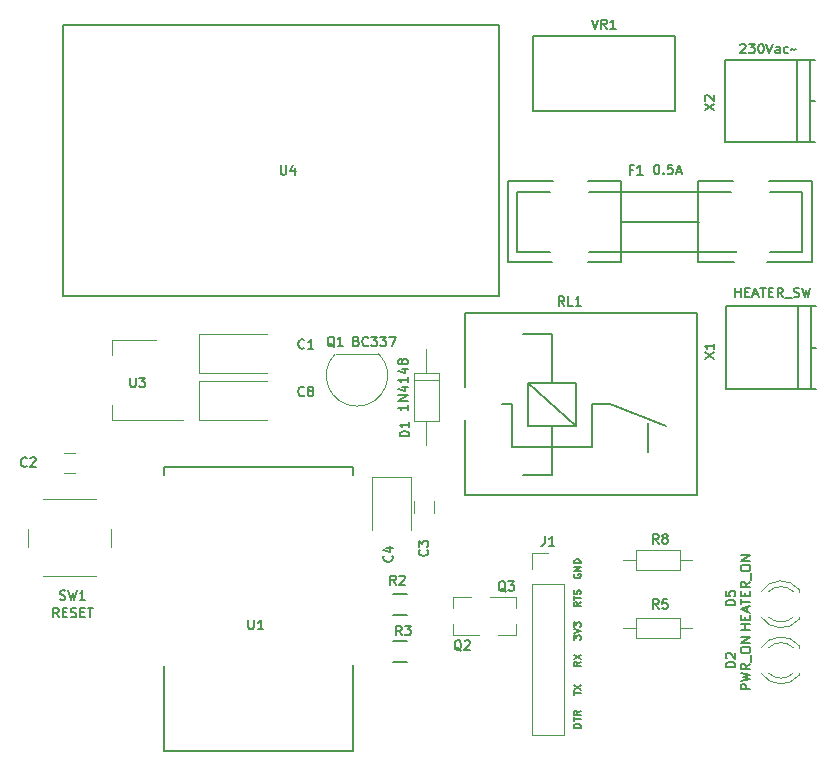
<source format=gto>
G04 #@! TF.GenerationSoftware,KiCad,Pcbnew,(2017-11-08 revision cd21218)-HEAD*
G04 #@! TF.CreationDate,2018-02-21T13:46:00+02:00*
G04 #@! TF.ProjectId,heater_actuator_node,6865617465725F6163747561746F725F,rev?*
G04 #@! TF.SameCoordinates,Original*
G04 #@! TF.FileFunction,Legend,Top*
G04 #@! TF.FilePolarity,Positive*
%FSLAX46Y46*%
G04 Gerber Fmt 4.6, Leading zero omitted, Abs format (unit mm)*
G04 Created by KiCad (PCBNEW (2017-11-08 revision cd21218)-HEAD) date Wed Feb 21 13:46:00 2018*
%MOMM*%
%LPD*%
G01*
G04 APERTURE LIST*
%ADD10C,0.150000*%
%ADD11C,0.120000*%
%ADD12C,0.152400*%
%ADD13C,2.200000*%
%ADD14C,1.400000*%
%ADD15O,1.400000X1.400000*%
%ADD16R,1.500000X1.250000*%
%ADD17R,1.250000X1.500000*%
%ADD18R,3.200000X2.500000*%
%ADD19O,1.600000X1.600000*%
%ADD20R,1.600000X1.600000*%
%ADD21C,1.800000*%
%ADD22R,1.800000X1.800000*%
%ADD23C,2.349500*%
%ADD24R,1.000000X1.000000*%
%ADD25C,1.000000*%
%ADD26R,1.500000X1.300000*%
%ADD27C,2.500000*%
%ADD28C,3.000000*%
%ADD29R,2.000000X1.500000*%
%ADD30R,2.000000X3.800000*%
%ADD31C,2.400000*%
%ADD32R,2.400000X2.400000*%
%ADD33R,2.500000X1.950000*%
%ADD34R,1.700000X1.700000*%
%ADD35O,1.700000X1.700000*%
%ADD36R,0.900000X0.800000*%
%ADD37C,2.000000*%
%ADD38O,2.400000X1.100000*%
%ADD39R,2.400000X1.100000*%
G04 APERTURE END LIST*
D10*
X164021428Y-120685714D02*
X163421428Y-120685714D01*
X163421428Y-120542857D01*
X163450000Y-120457142D01*
X163507142Y-120400000D01*
X163564285Y-120371428D01*
X163678571Y-120342857D01*
X163764285Y-120342857D01*
X163878571Y-120371428D01*
X163935714Y-120400000D01*
X163992857Y-120457142D01*
X164021428Y-120542857D01*
X164021428Y-120685714D01*
X163421428Y-120171428D02*
X163421428Y-119828571D01*
X164021428Y-120000000D02*
X163421428Y-120000000D01*
X164021428Y-119285714D02*
X163735714Y-119485714D01*
X164021428Y-119628571D02*
X163421428Y-119628571D01*
X163421428Y-119400000D01*
X163450000Y-119342857D01*
X163478571Y-119314285D01*
X163535714Y-119285714D01*
X163621428Y-119285714D01*
X163678571Y-119314285D01*
X163707142Y-119342857D01*
X163735714Y-119400000D01*
X163735714Y-119628571D01*
X163421428Y-117957142D02*
X163421428Y-117614285D01*
X164021428Y-117785714D02*
X163421428Y-117785714D01*
X163421428Y-117471428D02*
X164021428Y-117071428D01*
X163421428Y-117071428D02*
X164021428Y-117471428D01*
X164021428Y-115100000D02*
X163735714Y-115300000D01*
X164021428Y-115442857D02*
X163421428Y-115442857D01*
X163421428Y-115214285D01*
X163450000Y-115157142D01*
X163478571Y-115128571D01*
X163535714Y-115100000D01*
X163621428Y-115100000D01*
X163678571Y-115128571D01*
X163707142Y-115157142D01*
X163735714Y-115214285D01*
X163735714Y-115442857D01*
X163421428Y-114900000D02*
X164021428Y-114500000D01*
X163421428Y-114500000D02*
X164021428Y-114900000D01*
X163450000Y-107707142D02*
X163421428Y-107764285D01*
X163421428Y-107850000D01*
X163450000Y-107935714D01*
X163507142Y-107992857D01*
X163564285Y-108021428D01*
X163678571Y-108050000D01*
X163764285Y-108050000D01*
X163878571Y-108021428D01*
X163935714Y-107992857D01*
X163992857Y-107935714D01*
X164021428Y-107850000D01*
X164021428Y-107792857D01*
X163992857Y-107707142D01*
X163964285Y-107678571D01*
X163764285Y-107678571D01*
X163764285Y-107792857D01*
X164021428Y-107421428D02*
X163421428Y-107421428D01*
X164021428Y-107078571D01*
X163421428Y-107078571D01*
X164021428Y-106792857D02*
X163421428Y-106792857D01*
X163421428Y-106650000D01*
X163450000Y-106564285D01*
X163507142Y-106507142D01*
X163564285Y-106478571D01*
X163678571Y-106450000D01*
X163764285Y-106450000D01*
X163878571Y-106478571D01*
X163935714Y-106507142D01*
X163992857Y-106564285D01*
X164021428Y-106650000D01*
X164021428Y-106792857D01*
X163421428Y-113242857D02*
X163421428Y-112871428D01*
X163650000Y-113071428D01*
X163650000Y-112985714D01*
X163678571Y-112928571D01*
X163707142Y-112900000D01*
X163764285Y-112871428D01*
X163907142Y-112871428D01*
X163964285Y-112900000D01*
X163992857Y-112928571D01*
X164021428Y-112985714D01*
X164021428Y-113157142D01*
X163992857Y-113214285D01*
X163964285Y-113242857D01*
X163421428Y-112700000D02*
X164021428Y-112500000D01*
X163421428Y-112300000D01*
X163421428Y-112157142D02*
X163421428Y-111785714D01*
X163650000Y-111985714D01*
X163650000Y-111900000D01*
X163678571Y-111842857D01*
X163707142Y-111814285D01*
X163764285Y-111785714D01*
X163907142Y-111785714D01*
X163964285Y-111814285D01*
X163992857Y-111842857D01*
X164021428Y-111900000D01*
X164021428Y-112071428D01*
X163992857Y-112128571D01*
X163964285Y-112157142D01*
X164021428Y-110078571D02*
X163735714Y-110278571D01*
X164021428Y-110421428D02*
X163421428Y-110421428D01*
X163421428Y-110192857D01*
X163450000Y-110135714D01*
X163478571Y-110107142D01*
X163535714Y-110078571D01*
X163621428Y-110078571D01*
X163678571Y-110107142D01*
X163707142Y-110135714D01*
X163735714Y-110192857D01*
X163735714Y-110421428D01*
X163421428Y-109907142D02*
X163421428Y-109564285D01*
X164021428Y-109735714D02*
X163421428Y-109735714D01*
X163992857Y-109392857D02*
X164021428Y-109307142D01*
X164021428Y-109164285D01*
X163992857Y-109107142D01*
X163964285Y-109078571D01*
X163907142Y-109050000D01*
X163850000Y-109050000D01*
X163792857Y-109078571D01*
X163764285Y-109107142D01*
X163735714Y-109164285D01*
X163707142Y-109278571D01*
X163678571Y-109335714D01*
X163650000Y-109364285D01*
X163592857Y-109392857D01*
X163535714Y-109392857D01*
X163478571Y-109364285D01*
X163450000Y-109335714D01*
X163421428Y-109278571D01*
X163421428Y-109135714D01*
X163450000Y-109050000D01*
D11*
X168700000Y-105640000D02*
X168700000Y-107360000D01*
X168700000Y-107360000D02*
X172420000Y-107360000D01*
X172420000Y-107360000D02*
X172420000Y-105640000D01*
X172420000Y-105640000D02*
X168700000Y-105640000D01*
X167630000Y-106500000D02*
X168700000Y-106500000D01*
X173490000Y-106500000D02*
X172420000Y-106500000D01*
X168700000Y-111390000D02*
X168700000Y-113110000D01*
X168700000Y-113110000D02*
X172420000Y-113110000D01*
X172420000Y-113110000D02*
X172420000Y-111390000D01*
X172420000Y-111390000D02*
X168700000Y-111390000D01*
X167630000Y-112250000D02*
X168700000Y-112250000D01*
X173490000Y-112250000D02*
X172420000Y-112250000D01*
X120250000Y-99100000D02*
X121250000Y-99100000D01*
X121250000Y-97400000D02*
X120250000Y-97400000D01*
X151600000Y-102500000D02*
X151600000Y-101500000D01*
X149900000Y-101500000D02*
X149900000Y-102500000D01*
X131700000Y-91350000D02*
X137500000Y-91350000D01*
X131700000Y-94650000D02*
X137500000Y-94650000D01*
X131700000Y-91350000D02*
X131700000Y-94650000D01*
X152010000Y-91295000D02*
X149890000Y-91295000D01*
X150950000Y-96795000D02*
X150950000Y-94755000D01*
X150950000Y-88595000D02*
X150950000Y-90635000D01*
X152010000Y-94755000D02*
X152010000Y-90635000D01*
X149890000Y-94755000D02*
X152010000Y-94755000D01*
X149890000Y-90635000D02*
X149890000Y-94755000D01*
X152010000Y-90635000D02*
X149890000Y-90635000D01*
X182540000Y-113920000D02*
X182540000Y-113764000D01*
X182540000Y-116236000D02*
X182540000Y-116080000D01*
X179938870Y-113920163D02*
G75*
G02X182020961Y-113920000I1041130J-1079837D01*
G01*
X179938870Y-116079837D02*
G75*
G03X182020961Y-116080000I1041130J1079837D01*
G01*
X179307665Y-113921392D02*
G75*
G02X182540000Y-113764484I1672335J-1078608D01*
G01*
X179307665Y-116078608D02*
G75*
G03X182540000Y-116235516I1672335J1078608D01*
G01*
X179307665Y-111328608D02*
G75*
G03X182540000Y-111485516I1672335J1078608D01*
G01*
X179307665Y-109171392D02*
G75*
G02X182540000Y-109014484I1672335J-1078608D01*
G01*
X179938870Y-111329837D02*
G75*
G03X182020961Y-111330000I1041130J1079837D01*
G01*
X179938870Y-109170163D02*
G75*
G02X182020961Y-109170000I1041130J-1079837D01*
G01*
X182540000Y-111486000D02*
X182540000Y-111330000D01*
X182540000Y-109170000D02*
X182540000Y-109014000D01*
D10*
X173965640Y-80415000D02*
X173965640Y-77875000D01*
X182726100Y-75335000D02*
X182726100Y-80415000D01*
X173965640Y-77875000D02*
X173965640Y-75335000D01*
X167407360Y-80415000D02*
X167407360Y-77875000D01*
X158646900Y-75335000D02*
X158646900Y-80415000D01*
X167407360Y-77875000D02*
X167407360Y-75335000D01*
X164908000Y-75335000D02*
X176465000Y-75335000D01*
X176465000Y-80415000D02*
X164781000Y-80415000D01*
X167407360Y-74446000D02*
X167407360Y-75462000D01*
X167407360Y-81304000D02*
X167407360Y-80415000D01*
X157882360Y-74446000D02*
X157882360Y-81304000D01*
X173965640Y-74446000D02*
X173965640Y-75335000D01*
X173965640Y-81304000D02*
X173965640Y-80415000D01*
X183617640Y-74446000D02*
X183617640Y-81304000D01*
X158644360Y-75335000D02*
X161438360Y-75335000D01*
X167407360Y-75335000D02*
X164740360Y-75335000D01*
X167407360Y-74446000D02*
X164613360Y-74446000D01*
X157882360Y-74446000D02*
X161692360Y-74446000D01*
X158644360Y-80415000D02*
X161438360Y-80415000D01*
X164867360Y-80415000D02*
X167407360Y-80415000D01*
X164867360Y-80415000D02*
X164740360Y-80415000D01*
X167407360Y-81304000D02*
X164613360Y-81304000D01*
X157882360Y-81304000D02*
X161565360Y-81304000D01*
X173965640Y-74446000D02*
X176886640Y-74446000D01*
X183617640Y-74446000D02*
X179934640Y-74446000D01*
X182726100Y-75335000D02*
X180059100Y-75335000D01*
X173965640Y-75335000D02*
X176759640Y-75335000D01*
X182728640Y-80415000D02*
X180061640Y-80415000D01*
X176465000Y-80415000D02*
X179132000Y-80415000D01*
X173965640Y-81304000D02*
X177013640Y-81304000D01*
X183617640Y-81304000D02*
X179807640Y-81304000D01*
X174001200Y-77875000D02*
X167498800Y-77875000D01*
D11*
X143241522Y-89036522D02*
G75*
G03X145080000Y-93475000I1838478J-1838478D01*
G01*
X146918478Y-89036522D02*
G75*
G02X145080000Y-93475000I-1838478J-1838478D01*
G01*
X146880000Y-89025000D02*
X143280000Y-89025000D01*
D10*
X148150000Y-109375000D02*
X149350000Y-109375000D01*
X149350000Y-111125000D02*
X148150000Y-111125000D01*
X148150000Y-113375000D02*
X149350000Y-113375000D01*
X149350000Y-115125000D02*
X148150000Y-115125000D01*
X168750000Y-100975000D02*
X170550000Y-100975000D01*
X170550000Y-100975000D02*
X173850000Y-100975000D01*
X173850000Y-100975000D02*
X173850000Y-85575000D01*
X154250000Y-94625000D02*
X154250000Y-100975000D01*
X154250000Y-100975000D02*
X168800000Y-100975000D01*
X154250000Y-91875000D02*
X154250000Y-85575000D01*
X154250000Y-85575000D02*
X173850000Y-85575000D01*
X154250000Y-85625000D02*
X154250000Y-91875000D01*
X169750000Y-94875000D02*
X169750000Y-97375000D01*
X159100000Y-99325000D02*
X161600000Y-99325000D01*
X158200000Y-93325000D02*
X157400000Y-93325000D01*
X161600000Y-87325000D02*
X159100000Y-87325000D01*
X165000000Y-93325000D02*
X166500000Y-93325000D01*
X166500000Y-93325000D02*
X171250000Y-95175000D01*
X165000000Y-96925000D02*
X158200000Y-96925000D01*
X165000000Y-93325000D02*
X165000000Y-96925000D01*
X158200000Y-93325000D02*
X158200000Y-96925000D01*
X161600000Y-87325000D02*
X161600000Y-91525000D01*
X161600000Y-95125000D02*
X161600000Y-99325000D01*
X163600000Y-95125000D02*
X159600000Y-91525000D01*
X159600000Y-95125000D02*
X159600000Y-91525000D01*
X159600000Y-91525000D02*
X163600000Y-91525000D01*
X163600000Y-91525000D02*
X163600000Y-95125000D01*
X163600000Y-95125000D02*
X159600000Y-95125000D01*
D11*
X130350000Y-94660000D02*
X124340000Y-94660000D01*
X128100000Y-87840000D02*
X124340000Y-87840000D01*
X124340000Y-94660000D02*
X124340000Y-93400000D01*
X124340000Y-87840000D02*
X124340000Y-89100000D01*
D10*
X157100000Y-61225001D02*
X120200000Y-61225000D01*
X120200000Y-61225000D02*
X120200000Y-84124999D01*
X120200000Y-84124999D02*
X157100000Y-84125000D01*
X157100000Y-84125000D02*
X157100000Y-76491666D01*
X157100560Y-76538340D02*
X157100560Y-68905008D01*
X157100000Y-68858334D02*
X157100000Y-61225001D01*
X172000000Y-68475000D02*
X172000000Y-62175000D01*
X160000000Y-68475000D02*
X160000000Y-62175000D01*
X172000000Y-68475000D02*
X160000000Y-68475000D01*
X172000000Y-62175000D02*
X160000000Y-62175000D01*
X183550000Y-88525000D02*
X183950000Y-88525000D01*
X182450000Y-92025000D02*
X182450000Y-85025000D01*
X183550000Y-92025000D02*
X183550000Y-85025000D01*
X176350000Y-92025000D02*
X183950000Y-92025000D01*
X183950000Y-85025000D02*
X176350000Y-85025000D01*
X176350000Y-85025000D02*
X176350000Y-92025000D01*
X176250000Y-64125000D02*
X176250000Y-71125000D01*
X183850000Y-64125000D02*
X176250000Y-64125000D01*
X176250000Y-71125000D02*
X183850000Y-71125000D01*
X183450000Y-71125000D02*
X183450000Y-64125000D01*
X182350000Y-71125000D02*
X182350000Y-64125000D01*
X183450000Y-67625000D02*
X183850000Y-67625000D01*
D11*
X131700000Y-87350000D02*
X137500000Y-87350000D01*
X131700000Y-90650000D02*
X137500000Y-90650000D01*
X131700000Y-87350000D02*
X131700000Y-90650000D01*
X149650000Y-99450000D02*
X149650000Y-104000000D01*
X146350000Y-99450000D02*
X146350000Y-104000000D01*
X149650000Y-99450000D02*
X146350000Y-99450000D01*
X159920000Y-121280000D02*
X162580000Y-121280000D01*
X159920000Y-108520000D02*
X159920000Y-121280000D01*
X162580000Y-108520000D02*
X162580000Y-121280000D01*
X159920000Y-108520000D02*
X162580000Y-108520000D01*
X159920000Y-107250000D02*
X159920000Y-105920000D01*
X159920000Y-105920000D02*
X161250000Y-105920000D01*
X153240000Y-109670000D02*
X153240000Y-110600000D01*
X153240000Y-112830000D02*
X153240000Y-111900000D01*
X153240000Y-112830000D02*
X155400000Y-112830000D01*
X153240000Y-109670000D02*
X154700000Y-109670000D01*
X158510000Y-112830000D02*
X158510000Y-111900000D01*
X158510000Y-109670000D02*
X158510000Y-110600000D01*
X158510000Y-109670000D02*
X156350000Y-109670000D01*
X158510000Y-112830000D02*
X157050000Y-112830000D01*
X118500000Y-107875000D02*
X123000000Y-107875000D01*
X117250000Y-103875000D02*
X117250000Y-105375000D01*
X123000000Y-101375000D02*
X118500000Y-101375000D01*
X124250000Y-105375000D02*
X124250000Y-103875000D01*
D12*
X144750000Y-115407777D02*
X144750000Y-122650000D01*
X128750000Y-98650000D02*
X144750000Y-98650000D01*
X128750000Y-122650000D02*
X128750000Y-115501784D01*
X128750000Y-122650000D02*
X144750000Y-122650000D01*
X128750000Y-99264001D02*
X128750000Y-98628997D01*
X144750000Y-99264000D02*
X144750000Y-98628996D01*
D10*
X170616666Y-105111904D02*
X170350000Y-104730952D01*
X170159523Y-105111904D02*
X170159523Y-104311904D01*
X170464285Y-104311904D01*
X170540476Y-104350000D01*
X170578571Y-104388095D01*
X170616666Y-104464285D01*
X170616666Y-104578571D01*
X170578571Y-104654761D01*
X170540476Y-104692857D01*
X170464285Y-104730952D01*
X170159523Y-104730952D01*
X171073809Y-104654761D02*
X170997619Y-104616666D01*
X170959523Y-104578571D01*
X170921428Y-104502380D01*
X170921428Y-104464285D01*
X170959523Y-104388095D01*
X170997619Y-104350000D01*
X171073809Y-104311904D01*
X171226190Y-104311904D01*
X171302380Y-104350000D01*
X171340476Y-104388095D01*
X171378571Y-104464285D01*
X171378571Y-104502380D01*
X171340476Y-104578571D01*
X171302380Y-104616666D01*
X171226190Y-104654761D01*
X171073809Y-104654761D01*
X170997619Y-104692857D01*
X170959523Y-104730952D01*
X170921428Y-104807142D01*
X170921428Y-104959523D01*
X170959523Y-105035714D01*
X170997619Y-105073809D01*
X171073809Y-105111904D01*
X171226190Y-105111904D01*
X171302380Y-105073809D01*
X171340476Y-105035714D01*
X171378571Y-104959523D01*
X171378571Y-104807142D01*
X171340476Y-104730952D01*
X171302380Y-104692857D01*
X171226190Y-104654761D01*
X170616666Y-110611904D02*
X170350000Y-110230952D01*
X170159523Y-110611904D02*
X170159523Y-109811904D01*
X170464285Y-109811904D01*
X170540476Y-109850000D01*
X170578571Y-109888095D01*
X170616666Y-109964285D01*
X170616666Y-110078571D01*
X170578571Y-110154761D01*
X170540476Y-110192857D01*
X170464285Y-110230952D01*
X170159523Y-110230952D01*
X171340476Y-109811904D02*
X170959523Y-109811904D01*
X170921428Y-110192857D01*
X170959523Y-110154761D01*
X171035714Y-110116666D01*
X171226190Y-110116666D01*
X171302380Y-110154761D01*
X171340476Y-110192857D01*
X171378571Y-110269047D01*
X171378571Y-110459523D01*
X171340476Y-110535714D01*
X171302380Y-110573809D01*
X171226190Y-110611904D01*
X171035714Y-110611904D01*
X170959523Y-110573809D01*
X170921428Y-110535714D01*
X117116666Y-98535714D02*
X117078571Y-98573809D01*
X116964285Y-98611904D01*
X116888095Y-98611904D01*
X116773809Y-98573809D01*
X116697619Y-98497619D01*
X116659523Y-98421428D01*
X116621428Y-98269047D01*
X116621428Y-98154761D01*
X116659523Y-98002380D01*
X116697619Y-97926190D01*
X116773809Y-97850000D01*
X116888095Y-97811904D01*
X116964285Y-97811904D01*
X117078571Y-97850000D01*
X117116666Y-97888095D01*
X117421428Y-97888095D02*
X117459523Y-97850000D01*
X117535714Y-97811904D01*
X117726190Y-97811904D01*
X117802380Y-97850000D01*
X117840476Y-97888095D01*
X117878571Y-97964285D01*
X117878571Y-98040476D01*
X117840476Y-98154761D01*
X117383333Y-98611904D01*
X117878571Y-98611904D01*
X151035714Y-105633333D02*
X151073809Y-105671428D01*
X151111904Y-105785714D01*
X151111904Y-105861904D01*
X151073809Y-105976190D01*
X150997619Y-106052380D01*
X150921428Y-106090476D01*
X150769047Y-106128571D01*
X150654761Y-106128571D01*
X150502380Y-106090476D01*
X150426190Y-106052380D01*
X150350000Y-105976190D01*
X150311904Y-105861904D01*
X150311904Y-105785714D01*
X150350000Y-105671428D01*
X150388095Y-105633333D01*
X150311904Y-105366666D02*
X150311904Y-104871428D01*
X150616666Y-105138095D01*
X150616666Y-105023809D01*
X150654761Y-104947619D01*
X150692857Y-104909523D01*
X150769047Y-104871428D01*
X150959523Y-104871428D01*
X151035714Y-104909523D01*
X151073809Y-104947619D01*
X151111904Y-105023809D01*
X151111904Y-105252380D01*
X151073809Y-105328571D01*
X151035714Y-105366666D01*
X140616666Y-92535714D02*
X140578571Y-92573809D01*
X140464285Y-92611904D01*
X140388095Y-92611904D01*
X140273809Y-92573809D01*
X140197619Y-92497619D01*
X140159523Y-92421428D01*
X140121428Y-92269047D01*
X140121428Y-92154761D01*
X140159523Y-92002380D01*
X140197619Y-91926190D01*
X140273809Y-91850000D01*
X140388095Y-91811904D01*
X140464285Y-91811904D01*
X140578571Y-91850000D01*
X140616666Y-91888095D01*
X141073809Y-92154761D02*
X140997619Y-92116666D01*
X140959523Y-92078571D01*
X140921428Y-92002380D01*
X140921428Y-91964285D01*
X140959523Y-91888095D01*
X140997619Y-91850000D01*
X141073809Y-91811904D01*
X141226190Y-91811904D01*
X141302380Y-91850000D01*
X141340476Y-91888095D01*
X141378571Y-91964285D01*
X141378571Y-92002380D01*
X141340476Y-92078571D01*
X141302380Y-92116666D01*
X141226190Y-92154761D01*
X141073809Y-92154761D01*
X140997619Y-92192857D01*
X140959523Y-92230952D01*
X140921428Y-92307142D01*
X140921428Y-92459523D01*
X140959523Y-92535714D01*
X140997619Y-92573809D01*
X141073809Y-92611904D01*
X141226190Y-92611904D01*
X141302380Y-92573809D01*
X141340476Y-92535714D01*
X141378571Y-92459523D01*
X141378571Y-92307142D01*
X141340476Y-92230952D01*
X141302380Y-92192857D01*
X141226190Y-92154761D01*
X149486904Y-96040476D02*
X148686904Y-96040476D01*
X148686904Y-95850000D01*
X148725000Y-95735714D01*
X148801190Y-95659523D01*
X148877380Y-95621428D01*
X149029761Y-95583333D01*
X149144047Y-95583333D01*
X149296428Y-95621428D01*
X149372619Y-95659523D01*
X149448809Y-95735714D01*
X149486904Y-95850000D01*
X149486904Y-96040476D01*
X149486904Y-94821428D02*
X149486904Y-95278571D01*
X149486904Y-95050000D02*
X148686904Y-95050000D01*
X148801190Y-95126190D01*
X148877380Y-95202380D01*
X148915476Y-95278571D01*
X149386904Y-93364285D02*
X149386904Y-93821428D01*
X149386904Y-93592857D02*
X148586904Y-93592857D01*
X148701190Y-93669047D01*
X148777380Y-93745238D01*
X148815476Y-93821428D01*
X149386904Y-93021428D02*
X148586904Y-93021428D01*
X149386904Y-92564285D01*
X148586904Y-92564285D01*
X148853571Y-91840476D02*
X149386904Y-91840476D01*
X148548809Y-92030952D02*
X149120238Y-92221428D01*
X149120238Y-91726190D01*
X149386904Y-91002380D02*
X149386904Y-91459523D01*
X149386904Y-91230952D02*
X148586904Y-91230952D01*
X148701190Y-91307142D01*
X148777380Y-91383333D01*
X148815476Y-91459523D01*
X148853571Y-90316666D02*
X149386904Y-90316666D01*
X148548809Y-90507142D02*
X149120238Y-90697619D01*
X149120238Y-90202380D01*
X148929761Y-89783333D02*
X148891666Y-89859523D01*
X148853571Y-89897619D01*
X148777380Y-89935714D01*
X148739285Y-89935714D01*
X148663095Y-89897619D01*
X148625000Y-89859523D01*
X148586904Y-89783333D01*
X148586904Y-89630952D01*
X148625000Y-89554761D01*
X148663095Y-89516666D01*
X148739285Y-89478571D01*
X148777380Y-89478571D01*
X148853571Y-89516666D01*
X148891666Y-89554761D01*
X148929761Y-89630952D01*
X148929761Y-89783333D01*
X148967857Y-89859523D01*
X149005952Y-89897619D01*
X149082142Y-89935714D01*
X149234523Y-89935714D01*
X149310714Y-89897619D01*
X149348809Y-89859523D01*
X149386904Y-89783333D01*
X149386904Y-89630952D01*
X149348809Y-89554761D01*
X149310714Y-89516666D01*
X149234523Y-89478571D01*
X149082142Y-89478571D01*
X149005952Y-89516666D01*
X148967857Y-89554761D01*
X148929761Y-89630952D01*
X177111904Y-115590476D02*
X176311904Y-115590476D01*
X176311904Y-115400000D01*
X176350000Y-115285714D01*
X176426190Y-115209523D01*
X176502380Y-115171428D01*
X176654761Y-115133333D01*
X176769047Y-115133333D01*
X176921428Y-115171428D01*
X176997619Y-115209523D01*
X177073809Y-115285714D01*
X177111904Y-115400000D01*
X177111904Y-115590476D01*
X176388095Y-114828571D02*
X176350000Y-114790476D01*
X176311904Y-114714285D01*
X176311904Y-114523809D01*
X176350000Y-114447619D01*
X176388095Y-114409523D01*
X176464285Y-114371428D01*
X176540476Y-114371428D01*
X176654761Y-114409523D01*
X177111904Y-114866666D01*
X177111904Y-114371428D01*
X178361904Y-117459523D02*
X177561904Y-117459523D01*
X177561904Y-117154761D01*
X177600000Y-117078571D01*
X177638095Y-117040476D01*
X177714285Y-117002380D01*
X177828571Y-117002380D01*
X177904761Y-117040476D01*
X177942857Y-117078571D01*
X177980952Y-117154761D01*
X177980952Y-117459523D01*
X177561904Y-116735714D02*
X178361904Y-116545238D01*
X177790476Y-116392857D01*
X178361904Y-116240476D01*
X177561904Y-116050000D01*
X178361904Y-115288095D02*
X177980952Y-115554761D01*
X178361904Y-115745238D02*
X177561904Y-115745238D01*
X177561904Y-115440476D01*
X177600000Y-115364285D01*
X177638095Y-115326190D01*
X177714285Y-115288095D01*
X177828571Y-115288095D01*
X177904761Y-115326190D01*
X177942857Y-115364285D01*
X177980952Y-115440476D01*
X177980952Y-115745238D01*
X178438095Y-115135714D02*
X178438095Y-114526190D01*
X177561904Y-114183333D02*
X177561904Y-114030952D01*
X177600000Y-113954761D01*
X177676190Y-113878571D01*
X177828571Y-113840476D01*
X178095238Y-113840476D01*
X178247619Y-113878571D01*
X178323809Y-113954761D01*
X178361904Y-114030952D01*
X178361904Y-114183333D01*
X178323809Y-114259523D01*
X178247619Y-114335714D01*
X178095238Y-114373809D01*
X177828571Y-114373809D01*
X177676190Y-114335714D01*
X177600000Y-114259523D01*
X177561904Y-114183333D01*
X178361904Y-113497619D02*
X177561904Y-113497619D01*
X178361904Y-113040476D01*
X177561904Y-113040476D01*
X177111904Y-110340476D02*
X176311904Y-110340476D01*
X176311904Y-110150000D01*
X176350000Y-110035714D01*
X176426190Y-109959523D01*
X176502380Y-109921428D01*
X176654761Y-109883333D01*
X176769047Y-109883333D01*
X176921428Y-109921428D01*
X176997619Y-109959523D01*
X177073809Y-110035714D01*
X177111904Y-110150000D01*
X177111904Y-110340476D01*
X176311904Y-109159523D02*
X176311904Y-109540476D01*
X176692857Y-109578571D01*
X176654761Y-109540476D01*
X176616666Y-109464285D01*
X176616666Y-109273809D01*
X176654761Y-109197619D01*
X176692857Y-109159523D01*
X176769047Y-109121428D01*
X176959523Y-109121428D01*
X177035714Y-109159523D01*
X177073809Y-109197619D01*
X177111904Y-109273809D01*
X177111904Y-109464285D01*
X177073809Y-109540476D01*
X177035714Y-109578571D01*
X178361904Y-112392857D02*
X177561904Y-112392857D01*
X177942857Y-112392857D02*
X177942857Y-111935714D01*
X178361904Y-111935714D02*
X177561904Y-111935714D01*
X177942857Y-111554761D02*
X177942857Y-111288095D01*
X178361904Y-111173809D02*
X178361904Y-111554761D01*
X177561904Y-111554761D01*
X177561904Y-111173809D01*
X178133333Y-110869047D02*
X178133333Y-110488095D01*
X178361904Y-110945238D02*
X177561904Y-110678571D01*
X178361904Y-110411904D01*
X177561904Y-110259523D02*
X177561904Y-109802380D01*
X178361904Y-110030952D02*
X177561904Y-110030952D01*
X177942857Y-109535714D02*
X177942857Y-109269047D01*
X178361904Y-109154761D02*
X178361904Y-109535714D01*
X177561904Y-109535714D01*
X177561904Y-109154761D01*
X178361904Y-108354761D02*
X177980952Y-108621428D01*
X178361904Y-108811904D02*
X177561904Y-108811904D01*
X177561904Y-108507142D01*
X177600000Y-108430952D01*
X177638095Y-108392857D01*
X177714285Y-108354761D01*
X177828571Y-108354761D01*
X177904761Y-108392857D01*
X177942857Y-108430952D01*
X177980952Y-108507142D01*
X177980952Y-108811904D01*
X178438095Y-108202380D02*
X178438095Y-107592857D01*
X177561904Y-107250000D02*
X177561904Y-107097619D01*
X177600000Y-107021428D01*
X177676190Y-106945238D01*
X177828571Y-106907142D01*
X178095238Y-106907142D01*
X178247619Y-106945238D01*
X178323809Y-107021428D01*
X178361904Y-107097619D01*
X178361904Y-107250000D01*
X178323809Y-107326190D01*
X178247619Y-107402380D01*
X178095238Y-107440476D01*
X177828571Y-107440476D01*
X177676190Y-107402380D01*
X177600000Y-107326190D01*
X177561904Y-107250000D01*
X178361904Y-106564285D02*
X177561904Y-106564285D01*
X178361904Y-106107142D01*
X177561904Y-106107142D01*
X168433333Y-73442857D02*
X168166666Y-73442857D01*
X168166666Y-73861904D02*
X168166666Y-73061904D01*
X168547619Y-73061904D01*
X169271428Y-73861904D02*
X168814285Y-73861904D01*
X169042857Y-73861904D02*
X169042857Y-73061904D01*
X168966666Y-73176190D01*
X168890476Y-73252380D01*
X168814285Y-73290476D01*
X170422619Y-73036904D02*
X170498809Y-73036904D01*
X170575000Y-73075000D01*
X170613095Y-73113095D01*
X170651190Y-73189285D01*
X170689285Y-73341666D01*
X170689285Y-73532142D01*
X170651190Y-73684523D01*
X170613095Y-73760714D01*
X170575000Y-73798809D01*
X170498809Y-73836904D01*
X170422619Y-73836904D01*
X170346428Y-73798809D01*
X170308333Y-73760714D01*
X170270238Y-73684523D01*
X170232142Y-73532142D01*
X170232142Y-73341666D01*
X170270238Y-73189285D01*
X170308333Y-73113095D01*
X170346428Y-73075000D01*
X170422619Y-73036904D01*
X171032142Y-73760714D02*
X171070238Y-73798809D01*
X171032142Y-73836904D01*
X170994047Y-73798809D01*
X171032142Y-73760714D01*
X171032142Y-73836904D01*
X171794047Y-73036904D02*
X171413095Y-73036904D01*
X171375000Y-73417857D01*
X171413095Y-73379761D01*
X171489285Y-73341666D01*
X171679761Y-73341666D01*
X171755952Y-73379761D01*
X171794047Y-73417857D01*
X171832142Y-73494047D01*
X171832142Y-73684523D01*
X171794047Y-73760714D01*
X171755952Y-73798809D01*
X171679761Y-73836904D01*
X171489285Y-73836904D01*
X171413095Y-73798809D01*
X171375000Y-73760714D01*
X172136904Y-73608333D02*
X172517857Y-73608333D01*
X172060714Y-73836904D02*
X172327380Y-73036904D01*
X172594047Y-73836904D01*
X143173809Y-88463095D02*
X143097619Y-88425000D01*
X143021428Y-88348809D01*
X142907142Y-88234523D01*
X142830952Y-88196428D01*
X142754761Y-88196428D01*
X142792857Y-88386904D02*
X142716666Y-88348809D01*
X142640476Y-88272619D01*
X142602380Y-88120238D01*
X142602380Y-87853571D01*
X142640476Y-87701190D01*
X142716666Y-87625000D01*
X142792857Y-87586904D01*
X142945238Y-87586904D01*
X143021428Y-87625000D01*
X143097619Y-87701190D01*
X143135714Y-87853571D01*
X143135714Y-88120238D01*
X143097619Y-88272619D01*
X143021428Y-88348809D01*
X142945238Y-88386904D01*
X142792857Y-88386904D01*
X143897619Y-88386904D02*
X143440476Y-88386904D01*
X143669047Y-88386904D02*
X143669047Y-87586904D01*
X143592857Y-87701190D01*
X143516666Y-87777380D01*
X143440476Y-87815476D01*
X145039285Y-87967857D02*
X145153571Y-88005952D01*
X145191666Y-88044047D01*
X145229761Y-88120238D01*
X145229761Y-88234523D01*
X145191666Y-88310714D01*
X145153571Y-88348809D01*
X145077380Y-88386904D01*
X144772619Y-88386904D01*
X144772619Y-87586904D01*
X145039285Y-87586904D01*
X145115476Y-87625000D01*
X145153571Y-87663095D01*
X145191666Y-87739285D01*
X145191666Y-87815476D01*
X145153571Y-87891666D01*
X145115476Y-87929761D01*
X145039285Y-87967857D01*
X144772619Y-87967857D01*
X146029761Y-88310714D02*
X145991666Y-88348809D01*
X145877380Y-88386904D01*
X145801190Y-88386904D01*
X145686904Y-88348809D01*
X145610714Y-88272619D01*
X145572619Y-88196428D01*
X145534523Y-88044047D01*
X145534523Y-87929761D01*
X145572619Y-87777380D01*
X145610714Y-87701190D01*
X145686904Y-87625000D01*
X145801190Y-87586904D01*
X145877380Y-87586904D01*
X145991666Y-87625000D01*
X146029761Y-87663095D01*
X146296428Y-87586904D02*
X146791666Y-87586904D01*
X146525000Y-87891666D01*
X146639285Y-87891666D01*
X146715476Y-87929761D01*
X146753571Y-87967857D01*
X146791666Y-88044047D01*
X146791666Y-88234523D01*
X146753571Y-88310714D01*
X146715476Y-88348809D01*
X146639285Y-88386904D01*
X146410714Y-88386904D01*
X146334523Y-88348809D01*
X146296428Y-88310714D01*
X147058333Y-87586904D02*
X147553571Y-87586904D01*
X147286904Y-87891666D01*
X147401190Y-87891666D01*
X147477380Y-87929761D01*
X147515476Y-87967857D01*
X147553571Y-88044047D01*
X147553571Y-88234523D01*
X147515476Y-88310714D01*
X147477380Y-88348809D01*
X147401190Y-88386904D01*
X147172619Y-88386904D01*
X147096428Y-88348809D01*
X147058333Y-88310714D01*
X147820238Y-87586904D02*
X148353571Y-87586904D01*
X148010714Y-88386904D01*
X148366666Y-108611904D02*
X148100000Y-108230952D01*
X147909523Y-108611904D02*
X147909523Y-107811904D01*
X148214285Y-107811904D01*
X148290476Y-107850000D01*
X148328571Y-107888095D01*
X148366666Y-107964285D01*
X148366666Y-108078571D01*
X148328571Y-108154761D01*
X148290476Y-108192857D01*
X148214285Y-108230952D01*
X147909523Y-108230952D01*
X148671428Y-107888095D02*
X148709523Y-107850000D01*
X148785714Y-107811904D01*
X148976190Y-107811904D01*
X149052380Y-107850000D01*
X149090476Y-107888095D01*
X149128571Y-107964285D01*
X149128571Y-108040476D01*
X149090476Y-108154761D01*
X148633333Y-108611904D01*
X149128571Y-108611904D01*
X148866666Y-112861904D02*
X148600000Y-112480952D01*
X148409523Y-112861904D02*
X148409523Y-112061904D01*
X148714285Y-112061904D01*
X148790476Y-112100000D01*
X148828571Y-112138095D01*
X148866666Y-112214285D01*
X148866666Y-112328571D01*
X148828571Y-112404761D01*
X148790476Y-112442857D01*
X148714285Y-112480952D01*
X148409523Y-112480952D01*
X149133333Y-112061904D02*
X149628571Y-112061904D01*
X149361904Y-112366666D01*
X149476190Y-112366666D01*
X149552380Y-112404761D01*
X149590476Y-112442857D01*
X149628571Y-112519047D01*
X149628571Y-112709523D01*
X149590476Y-112785714D01*
X149552380Y-112823809D01*
X149476190Y-112861904D01*
X149247619Y-112861904D01*
X149171428Y-112823809D01*
X149133333Y-112785714D01*
X162642857Y-84986904D02*
X162376190Y-84605952D01*
X162185714Y-84986904D02*
X162185714Y-84186904D01*
X162490476Y-84186904D01*
X162566666Y-84225000D01*
X162604761Y-84263095D01*
X162642857Y-84339285D01*
X162642857Y-84453571D01*
X162604761Y-84529761D01*
X162566666Y-84567857D01*
X162490476Y-84605952D01*
X162185714Y-84605952D01*
X163366666Y-84986904D02*
X162985714Y-84986904D01*
X162985714Y-84186904D01*
X164052380Y-84986904D02*
X163595238Y-84986904D01*
X163823809Y-84986904D02*
X163823809Y-84186904D01*
X163747619Y-84301190D01*
X163671428Y-84377380D01*
X163595238Y-84415476D01*
X125890476Y-91061904D02*
X125890476Y-91709523D01*
X125928571Y-91785714D01*
X125966666Y-91823809D01*
X126042857Y-91861904D01*
X126195238Y-91861904D01*
X126271428Y-91823809D01*
X126309523Y-91785714D01*
X126347619Y-91709523D01*
X126347619Y-91061904D01*
X126652380Y-91061904D02*
X127147619Y-91061904D01*
X126880952Y-91366666D01*
X126995238Y-91366666D01*
X127071428Y-91404761D01*
X127109523Y-91442857D01*
X127147619Y-91519047D01*
X127147619Y-91709523D01*
X127109523Y-91785714D01*
X127071428Y-91823809D01*
X126995238Y-91861904D01*
X126766666Y-91861904D01*
X126690476Y-91823809D01*
X126652380Y-91785714D01*
X138640476Y-73061904D02*
X138640476Y-73709523D01*
X138678571Y-73785714D01*
X138716666Y-73823809D01*
X138792857Y-73861904D01*
X138945238Y-73861904D01*
X139021428Y-73823809D01*
X139059523Y-73785714D01*
X139097619Y-73709523D01*
X139097619Y-73061904D01*
X139821428Y-73328571D02*
X139821428Y-73861904D01*
X139630952Y-73023809D02*
X139440476Y-73595238D01*
X139935714Y-73595238D01*
X164952380Y-60736904D02*
X165219047Y-61536904D01*
X165485714Y-60736904D01*
X166209523Y-61536904D02*
X165942857Y-61155952D01*
X165752380Y-61536904D02*
X165752380Y-60736904D01*
X166057142Y-60736904D01*
X166133333Y-60775000D01*
X166171428Y-60813095D01*
X166209523Y-60889285D01*
X166209523Y-61003571D01*
X166171428Y-61079761D01*
X166133333Y-61117857D01*
X166057142Y-61155952D01*
X165752380Y-61155952D01*
X166971428Y-61536904D02*
X166514285Y-61536904D01*
X166742857Y-61536904D02*
X166742857Y-60736904D01*
X166666666Y-60851190D01*
X166590476Y-60927380D01*
X166514285Y-60965476D01*
X174511904Y-89447619D02*
X175311904Y-88914285D01*
X174511904Y-88914285D02*
X175311904Y-89447619D01*
X175311904Y-88190476D02*
X175311904Y-88647619D01*
X175311904Y-88419047D02*
X174511904Y-88419047D01*
X174626190Y-88495238D01*
X174702380Y-88571428D01*
X174740476Y-88647619D01*
X177107142Y-84236904D02*
X177107142Y-83436904D01*
X177107142Y-83817857D02*
X177564285Y-83817857D01*
X177564285Y-84236904D02*
X177564285Y-83436904D01*
X177945238Y-83817857D02*
X178211904Y-83817857D01*
X178326190Y-84236904D02*
X177945238Y-84236904D01*
X177945238Y-83436904D01*
X178326190Y-83436904D01*
X178630952Y-84008333D02*
X179011904Y-84008333D01*
X178554761Y-84236904D02*
X178821428Y-83436904D01*
X179088095Y-84236904D01*
X179240476Y-83436904D02*
X179697619Y-83436904D01*
X179469047Y-84236904D02*
X179469047Y-83436904D01*
X179964285Y-83817857D02*
X180230952Y-83817857D01*
X180345238Y-84236904D02*
X179964285Y-84236904D01*
X179964285Y-83436904D01*
X180345238Y-83436904D01*
X181145238Y-84236904D02*
X180878571Y-83855952D01*
X180688095Y-84236904D02*
X180688095Y-83436904D01*
X180992857Y-83436904D01*
X181069047Y-83475000D01*
X181107142Y-83513095D01*
X181145238Y-83589285D01*
X181145238Y-83703571D01*
X181107142Y-83779761D01*
X181069047Y-83817857D01*
X180992857Y-83855952D01*
X180688095Y-83855952D01*
X181297619Y-84313095D02*
X181907142Y-84313095D01*
X182059523Y-84198809D02*
X182173809Y-84236904D01*
X182364285Y-84236904D01*
X182440476Y-84198809D01*
X182478571Y-84160714D01*
X182516666Y-84084523D01*
X182516666Y-84008333D01*
X182478571Y-83932142D01*
X182440476Y-83894047D01*
X182364285Y-83855952D01*
X182211904Y-83817857D01*
X182135714Y-83779761D01*
X182097619Y-83741666D01*
X182059523Y-83665476D01*
X182059523Y-83589285D01*
X182097619Y-83513095D01*
X182135714Y-83475000D01*
X182211904Y-83436904D01*
X182402380Y-83436904D01*
X182516666Y-83475000D01*
X182783333Y-83436904D02*
X182973809Y-84236904D01*
X183126190Y-83665476D01*
X183278571Y-84236904D01*
X183469047Y-83436904D01*
X174511904Y-68422619D02*
X175311904Y-67889285D01*
X174511904Y-67889285D02*
X175311904Y-68422619D01*
X174588095Y-67622619D02*
X174550000Y-67584523D01*
X174511904Y-67508333D01*
X174511904Y-67317857D01*
X174550000Y-67241666D01*
X174588095Y-67203571D01*
X174664285Y-67165476D01*
X174740476Y-67165476D01*
X174854761Y-67203571D01*
X175311904Y-67660714D01*
X175311904Y-67165476D01*
X177526190Y-62863095D02*
X177564285Y-62825000D01*
X177640476Y-62786904D01*
X177830952Y-62786904D01*
X177907142Y-62825000D01*
X177945238Y-62863095D01*
X177983333Y-62939285D01*
X177983333Y-63015476D01*
X177945238Y-63129761D01*
X177488095Y-63586904D01*
X177983333Y-63586904D01*
X178250000Y-62786904D02*
X178745238Y-62786904D01*
X178478571Y-63091666D01*
X178592857Y-63091666D01*
X178669047Y-63129761D01*
X178707142Y-63167857D01*
X178745238Y-63244047D01*
X178745238Y-63434523D01*
X178707142Y-63510714D01*
X178669047Y-63548809D01*
X178592857Y-63586904D01*
X178364285Y-63586904D01*
X178288095Y-63548809D01*
X178250000Y-63510714D01*
X179240476Y-62786904D02*
X179316666Y-62786904D01*
X179392857Y-62825000D01*
X179430952Y-62863095D01*
X179469047Y-62939285D01*
X179507142Y-63091666D01*
X179507142Y-63282142D01*
X179469047Y-63434523D01*
X179430952Y-63510714D01*
X179392857Y-63548809D01*
X179316666Y-63586904D01*
X179240476Y-63586904D01*
X179164285Y-63548809D01*
X179126190Y-63510714D01*
X179088095Y-63434523D01*
X179050000Y-63282142D01*
X179050000Y-63091666D01*
X179088095Y-62939285D01*
X179126190Y-62863095D01*
X179164285Y-62825000D01*
X179240476Y-62786904D01*
X179735714Y-62786904D02*
X180002380Y-63586904D01*
X180269047Y-62786904D01*
X180878571Y-63586904D02*
X180878571Y-63167857D01*
X180840476Y-63091666D01*
X180764285Y-63053571D01*
X180611904Y-63053571D01*
X180535714Y-63091666D01*
X180878571Y-63548809D02*
X180802380Y-63586904D01*
X180611904Y-63586904D01*
X180535714Y-63548809D01*
X180497619Y-63472619D01*
X180497619Y-63396428D01*
X180535714Y-63320238D01*
X180611904Y-63282142D01*
X180802380Y-63282142D01*
X180878571Y-63244047D01*
X181602380Y-63548809D02*
X181526190Y-63586904D01*
X181373809Y-63586904D01*
X181297619Y-63548809D01*
X181259523Y-63510714D01*
X181221428Y-63434523D01*
X181221428Y-63205952D01*
X181259523Y-63129761D01*
X181297619Y-63091666D01*
X181373809Y-63053571D01*
X181526190Y-63053571D01*
X181602380Y-63091666D01*
X181830952Y-63282142D02*
X181869047Y-63244047D01*
X181945238Y-63205952D01*
X182097619Y-63282142D01*
X182173809Y-63244047D01*
X182211904Y-63205952D01*
X140616666Y-88535714D02*
X140578571Y-88573809D01*
X140464285Y-88611904D01*
X140388095Y-88611904D01*
X140273809Y-88573809D01*
X140197619Y-88497619D01*
X140159523Y-88421428D01*
X140121428Y-88269047D01*
X140121428Y-88154761D01*
X140159523Y-88002380D01*
X140197619Y-87926190D01*
X140273809Y-87850000D01*
X140388095Y-87811904D01*
X140464285Y-87811904D01*
X140578571Y-87850000D01*
X140616666Y-87888095D01*
X141378571Y-88611904D02*
X140921428Y-88611904D01*
X141150000Y-88611904D02*
X141150000Y-87811904D01*
X141073809Y-87926190D01*
X140997619Y-88002380D01*
X140921428Y-88040476D01*
X148035714Y-106133333D02*
X148073809Y-106171428D01*
X148111904Y-106285714D01*
X148111904Y-106361904D01*
X148073809Y-106476190D01*
X147997619Y-106552380D01*
X147921428Y-106590476D01*
X147769047Y-106628571D01*
X147654761Y-106628571D01*
X147502380Y-106590476D01*
X147426190Y-106552380D01*
X147350000Y-106476190D01*
X147311904Y-106361904D01*
X147311904Y-106285714D01*
X147350000Y-106171428D01*
X147388095Y-106133333D01*
X147578571Y-105447619D02*
X148111904Y-105447619D01*
X147273809Y-105638095D02*
X147845238Y-105828571D01*
X147845238Y-105333333D01*
X160983333Y-104481904D02*
X160983333Y-105053333D01*
X160945238Y-105167619D01*
X160869047Y-105243809D01*
X160754761Y-105281904D01*
X160678571Y-105281904D01*
X161783333Y-105281904D02*
X161326190Y-105281904D01*
X161554761Y-105281904D02*
X161554761Y-104481904D01*
X161478571Y-104596190D01*
X161402380Y-104672380D01*
X161326190Y-104710476D01*
X153923809Y-114188095D02*
X153847619Y-114150000D01*
X153771428Y-114073809D01*
X153657142Y-113959523D01*
X153580952Y-113921428D01*
X153504761Y-113921428D01*
X153542857Y-114111904D02*
X153466666Y-114073809D01*
X153390476Y-113997619D01*
X153352380Y-113845238D01*
X153352380Y-113578571D01*
X153390476Y-113426190D01*
X153466666Y-113350000D01*
X153542857Y-113311904D01*
X153695238Y-113311904D01*
X153771428Y-113350000D01*
X153847619Y-113426190D01*
X153885714Y-113578571D01*
X153885714Y-113845238D01*
X153847619Y-113997619D01*
X153771428Y-114073809D01*
X153695238Y-114111904D01*
X153542857Y-114111904D01*
X154190476Y-113388095D02*
X154228571Y-113350000D01*
X154304761Y-113311904D01*
X154495238Y-113311904D01*
X154571428Y-113350000D01*
X154609523Y-113388095D01*
X154647619Y-113464285D01*
X154647619Y-113540476D01*
X154609523Y-113654761D01*
X154152380Y-114111904D01*
X154647619Y-114111904D01*
X157673809Y-109188095D02*
X157597619Y-109150000D01*
X157521428Y-109073809D01*
X157407142Y-108959523D01*
X157330952Y-108921428D01*
X157254761Y-108921428D01*
X157292857Y-109111904D02*
X157216666Y-109073809D01*
X157140476Y-108997619D01*
X157102380Y-108845238D01*
X157102380Y-108578571D01*
X157140476Y-108426190D01*
X157216666Y-108350000D01*
X157292857Y-108311904D01*
X157445238Y-108311904D01*
X157521428Y-108350000D01*
X157597619Y-108426190D01*
X157635714Y-108578571D01*
X157635714Y-108845238D01*
X157597619Y-108997619D01*
X157521428Y-109073809D01*
X157445238Y-109111904D01*
X157292857Y-109111904D01*
X157902380Y-108311904D02*
X158397619Y-108311904D01*
X158130952Y-108616666D01*
X158245238Y-108616666D01*
X158321428Y-108654761D01*
X158359523Y-108692857D01*
X158397619Y-108769047D01*
X158397619Y-108959523D01*
X158359523Y-109035714D01*
X158321428Y-109073809D01*
X158245238Y-109111904D01*
X158016666Y-109111904D01*
X157940476Y-109073809D01*
X157902380Y-109035714D01*
X119933333Y-109823809D02*
X120047619Y-109861904D01*
X120238095Y-109861904D01*
X120314285Y-109823809D01*
X120352380Y-109785714D01*
X120390476Y-109709523D01*
X120390476Y-109633333D01*
X120352380Y-109557142D01*
X120314285Y-109519047D01*
X120238095Y-109480952D01*
X120085714Y-109442857D01*
X120009523Y-109404761D01*
X119971428Y-109366666D01*
X119933333Y-109290476D01*
X119933333Y-109214285D01*
X119971428Y-109138095D01*
X120009523Y-109100000D01*
X120085714Y-109061904D01*
X120276190Y-109061904D01*
X120390476Y-109100000D01*
X120657142Y-109061904D02*
X120847619Y-109861904D01*
X121000000Y-109290476D01*
X121152380Y-109861904D01*
X121342857Y-109061904D01*
X122066666Y-109861904D02*
X121609523Y-109861904D01*
X121838095Y-109861904D02*
X121838095Y-109061904D01*
X121761904Y-109176190D01*
X121685714Y-109252380D01*
X121609523Y-109290476D01*
X119838095Y-111361904D02*
X119571428Y-110980952D01*
X119380952Y-111361904D02*
X119380952Y-110561904D01*
X119685714Y-110561904D01*
X119761904Y-110600000D01*
X119800000Y-110638095D01*
X119838095Y-110714285D01*
X119838095Y-110828571D01*
X119800000Y-110904761D01*
X119761904Y-110942857D01*
X119685714Y-110980952D01*
X119380952Y-110980952D01*
X120180952Y-110942857D02*
X120447619Y-110942857D01*
X120561904Y-111361904D02*
X120180952Y-111361904D01*
X120180952Y-110561904D01*
X120561904Y-110561904D01*
X120866666Y-111323809D02*
X120980952Y-111361904D01*
X121171428Y-111361904D01*
X121247619Y-111323809D01*
X121285714Y-111285714D01*
X121323809Y-111209523D01*
X121323809Y-111133333D01*
X121285714Y-111057142D01*
X121247619Y-111019047D01*
X121171428Y-110980952D01*
X121019047Y-110942857D01*
X120942857Y-110904761D01*
X120904761Y-110866666D01*
X120866666Y-110790476D01*
X120866666Y-110714285D01*
X120904761Y-110638095D01*
X120942857Y-110600000D01*
X121019047Y-110561904D01*
X121209523Y-110561904D01*
X121323809Y-110600000D01*
X121666666Y-110942857D02*
X121933333Y-110942857D01*
X122047619Y-111361904D02*
X121666666Y-111361904D01*
X121666666Y-110561904D01*
X122047619Y-110561904D01*
X122276190Y-110561904D02*
X122733333Y-110561904D01*
X122504761Y-111361904D02*
X122504761Y-110561904D01*
X135890476Y-111561904D02*
X135890476Y-112209523D01*
X135928571Y-112285714D01*
X135966666Y-112323809D01*
X136042857Y-112361904D01*
X136195238Y-112361904D01*
X136271428Y-112323809D01*
X136309523Y-112285714D01*
X136347619Y-112209523D01*
X136347619Y-111561904D01*
X137147619Y-112361904D02*
X136690476Y-112361904D01*
X136919047Y-112361904D02*
X136919047Y-111561904D01*
X136842857Y-111676190D01*
X136766666Y-111752380D01*
X136690476Y-111790476D01*
%LPC*%
D13*
X117650000Y-59875000D03*
X181800000Y-59925000D03*
X181800000Y-95275000D03*
X181800000Y-120475000D03*
X117750000Y-87175000D03*
X117650000Y-120475000D03*
D14*
X166750000Y-106500000D03*
D15*
X174370000Y-106500000D03*
D14*
X166750000Y-112250000D03*
D15*
X174370000Y-112250000D03*
D16*
X122000000Y-98250000D03*
X119500000Y-98250000D03*
D17*
X150750000Y-100750000D03*
X150750000Y-103250000D03*
D18*
X133600000Y-93000000D03*
X137900000Y-93000000D03*
D19*
X150950000Y-97775000D03*
D20*
X150950000Y-87615000D03*
D21*
X179710000Y-115000000D03*
D22*
X182250000Y-115000000D03*
X182250000Y-110250000D03*
D21*
X179710000Y-110250000D03*
D23*
X163089360Y-80415000D03*
X163089360Y-75335000D03*
X178410640Y-80415000D03*
X178410640Y-75335000D03*
D24*
X146350000Y-90875000D03*
D25*
X143810000Y-90875000D03*
X145080000Y-92145000D03*
D26*
X150100000Y-110250000D03*
X147400000Y-110250000D03*
X150100000Y-114250000D03*
X147400000Y-114250000D03*
D27*
X157500000Y-99325000D03*
X157500000Y-87325000D03*
D28*
X155550000Y-93275000D03*
X169750000Y-99275000D03*
D29*
X129400000Y-93550000D03*
X129400000Y-88950000D03*
X129400000Y-91250000D03*
D30*
X123100000Y-91250000D03*
D28*
X153350000Y-75175000D03*
X153350000Y-70175000D03*
X123950000Y-80375000D03*
X123950000Y-64975000D03*
D21*
X162250000Y-63775000D03*
X169750000Y-66875000D03*
D31*
X179450000Y-86775000D03*
D32*
X179450000Y-90275000D03*
X179350000Y-69375000D03*
D31*
X179350000Y-65875000D03*
D18*
X133600000Y-89000000D03*
X137900000Y-89000000D03*
D33*
X148000000Y-100725000D03*
X148000000Y-103775000D03*
D34*
X161250000Y-107250000D03*
D35*
X161250000Y-109790000D03*
X161250000Y-112330000D03*
X161250000Y-114870000D03*
X161250000Y-117410000D03*
X161250000Y-119950000D03*
D36*
X155000000Y-112200000D03*
X155000000Y-110300000D03*
X153000000Y-111250000D03*
X156750000Y-110300000D03*
X156750000Y-112200000D03*
X158750000Y-111250000D03*
D37*
X117500000Y-106875000D03*
X117500000Y-102375000D03*
X124000000Y-106875000D03*
X124000000Y-102375000D03*
D38*
X128750000Y-114250000D03*
X128750000Y-112250000D03*
X128750000Y-110250000D03*
X128750000Y-108250000D03*
X128750000Y-106250000D03*
X128750000Y-104250000D03*
X128750000Y-102250000D03*
X128750000Y-100250000D03*
X144750000Y-100250000D03*
X144750000Y-102250000D03*
X144750000Y-104250000D03*
X144750000Y-106250000D03*
X144750000Y-108250000D03*
X144750000Y-110250000D03*
X144750000Y-112250000D03*
D39*
X144750000Y-114250000D03*
M02*

</source>
